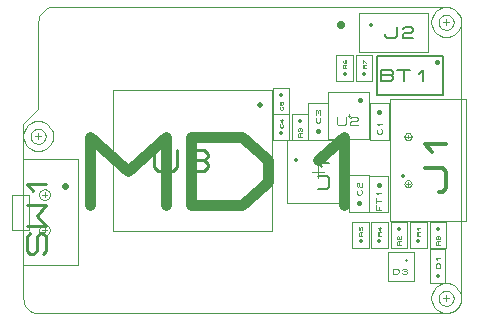
<source format=gbr>
G04 PROTEUS RS274X GERBER FILE*
%FSLAX45Y45*%
%MOMM*%
G01*
%ADD73C,0.025400*%
%ADD53C,0.640000*%
%ADD54C,0.955750*%
%ADD55C,0.050000*%
%ADD56C,0.548640*%
%ADD57C,0.287640*%
%ADD58C,0.360000*%
%ADD59C,0.303330*%
%ADD60C,0.320040*%
%ADD61C,0.159920*%
%ADD33C,0.127000*%
%ADD10C,0.400000*%
%ADD62C,0.158760*%
%ADD32C,0.600000*%
%ADD63C,0.262590*%
%ADD64C,0.113280*%
%ADD65C,0.150710*%
%ADD66C,0.260000*%
%ADD67C,0.071610*%
%ADD68C,0.067010*%
%ADD14C,0.300000*%
%ADD69C,0.044520*%
%ADD74C,0.420000*%
%ADD75C,0.067500*%
D73*
X-50800Y+1346200D02*
X+0Y+1346200D01*
X-25400Y+1371600D02*
X-25400Y+1320800D01*
X+3403600Y-25400D02*
X+3454400Y-25400D01*
X+3429000Y+0D02*
X+3429000Y-50800D01*
X+3403600Y+2311400D02*
X+3454400Y+2311400D01*
X+3429000Y+2336800D02*
X+3429000Y+2286000D01*
X+3556000Y+2311400D02*
X+3553473Y+2337367D01*
X+3546202Y+2361381D01*
X+3534652Y+2382977D01*
X+3519289Y+2401689D01*
X+3500577Y+2417052D01*
X+3478982Y+2428602D01*
X+3454968Y+2435873D01*
X+3429000Y+2438400D01*
X+101600Y+2438400D01*
X+75633Y+2435873D01*
X+51619Y+2428602D01*
X+30023Y+2417052D01*
X+11311Y+2401689D01*
X-4052Y+2382977D01*
X-15602Y+2361381D01*
X-22873Y+2337367D01*
X-25400Y+2311400D01*
X-25400Y+1574800D01*
X-152400Y+1447800D01*
X-152400Y-25400D01*
X-149873Y-51367D01*
X-142602Y-75381D01*
X-131052Y-96977D01*
X-115689Y-115689D01*
X-96977Y-131052D01*
X-75381Y-142602D01*
X-51367Y-149873D01*
X-25400Y-152400D01*
X+3429000Y-152400D01*
X+3454968Y-149873D01*
X+3478982Y-142602D01*
X+3500577Y-131052D01*
X+3519289Y-115689D01*
X+3534652Y-96977D01*
X+3546202Y-75381D01*
X+3553473Y-51367D01*
X+3556000Y-25400D01*
X+3556000Y+2311400D01*
X+3492500Y+2311400D02*
X+3492283Y+2316647D01*
X+3490518Y+2327142D01*
X+3486826Y+2337637D01*
X+3480798Y+2348132D01*
X+3471576Y+2358512D01*
X+3461081Y+2366200D01*
X+3450586Y+2371118D01*
X+3440091Y+2373924D01*
X+3429596Y+2374897D01*
X+3429000Y+2374900D01*
X+3365500Y+2311400D02*
X+3365717Y+2316647D01*
X+3367482Y+2327142D01*
X+3371174Y+2337637D01*
X+3377202Y+2348132D01*
X+3386424Y+2358512D01*
X+3396919Y+2366200D01*
X+3407414Y+2371118D01*
X+3417909Y+2373924D01*
X+3428404Y+2374897D01*
X+3429000Y+2374900D01*
X+3365500Y+2311400D02*
X+3365717Y+2306153D01*
X+3367482Y+2295658D01*
X+3371174Y+2285163D01*
X+3377202Y+2274668D01*
X+3386424Y+2264288D01*
X+3396919Y+2256600D01*
X+3407414Y+2251682D01*
X+3417909Y+2248876D01*
X+3428404Y+2247903D01*
X+3429000Y+2247900D01*
X+3492500Y+2311400D02*
X+3492283Y+2306153D01*
X+3490518Y+2295658D01*
X+3486826Y+2285163D01*
X+3480798Y+2274668D01*
X+3471576Y+2264288D01*
X+3461081Y+2256600D01*
X+3450586Y+2251682D01*
X+3440091Y+2248876D01*
X+3429596Y+2247903D01*
X+3429000Y+2247900D01*
X+3556000Y+2311400D02*
X+3555573Y+2321809D01*
X+3552101Y+2342628D01*
X+3544845Y+2363447D01*
X+3533017Y+2384266D01*
X+3514920Y+2404924D01*
X+3494101Y+2420445D01*
X+3473282Y+2430430D01*
X+3452463Y+2436214D01*
X+3431644Y+2438372D01*
X+3429000Y+2438400D01*
X+3302000Y+2311400D02*
X+3302427Y+2321809D01*
X+3305899Y+2342628D01*
X+3313155Y+2363447D01*
X+3324983Y+2384266D01*
X+3343080Y+2404924D01*
X+3363899Y+2420445D01*
X+3384718Y+2430430D01*
X+3405537Y+2436214D01*
X+3426356Y+2438372D01*
X+3429000Y+2438400D01*
X+3302000Y+2311400D02*
X+3302427Y+2300991D01*
X+3305899Y+2280172D01*
X+3313155Y+2259353D01*
X+3324983Y+2238534D01*
X+3343080Y+2217876D01*
X+3363899Y+2202355D01*
X+3384718Y+2192370D01*
X+3405537Y+2186586D01*
X+3426356Y+2184428D01*
X+3429000Y+2184400D01*
X+3556000Y+2311400D02*
X+3555573Y+2300991D01*
X+3552101Y+2280172D01*
X+3544845Y+2259353D01*
X+3533017Y+2238534D01*
X+3514920Y+2217876D01*
X+3494101Y+2202355D01*
X+3473282Y+2192370D01*
X+3452463Y+2186586D01*
X+3431644Y+2184428D01*
X+3429000Y+2184400D01*
X+3492500Y-25400D02*
X+3492283Y-20153D01*
X+3490518Y-9658D01*
X+3486826Y+837D01*
X+3480798Y+11332D01*
X+3471576Y+21712D01*
X+3461081Y+29400D01*
X+3450586Y+34318D01*
X+3440091Y+37124D01*
X+3429596Y+38097D01*
X+3429000Y+38100D01*
X+3365500Y-25400D02*
X+3365717Y-20153D01*
X+3367482Y-9658D01*
X+3371174Y+837D01*
X+3377202Y+11332D01*
X+3386424Y+21712D01*
X+3396919Y+29400D01*
X+3407414Y+34318D01*
X+3417909Y+37124D01*
X+3428404Y+38097D01*
X+3429000Y+38100D01*
X+3365500Y-25400D02*
X+3365717Y-30647D01*
X+3367482Y-41142D01*
X+3371174Y-51637D01*
X+3377202Y-62132D01*
X+3386424Y-72512D01*
X+3396919Y-80200D01*
X+3407414Y-85118D01*
X+3417909Y-87924D01*
X+3428404Y-88897D01*
X+3429000Y-88900D01*
X+3492500Y-25400D02*
X+3492283Y-30647D01*
X+3490518Y-41142D01*
X+3486826Y-51637D01*
X+3480798Y-62132D01*
X+3471576Y-72512D01*
X+3461081Y-80200D01*
X+3450586Y-85118D01*
X+3440091Y-87924D01*
X+3429596Y-88897D01*
X+3429000Y-88900D01*
X+3556000Y-25400D02*
X+3555573Y-14991D01*
X+3552101Y+5828D01*
X+3544845Y+26647D01*
X+3533017Y+47466D01*
X+3514920Y+68124D01*
X+3494101Y+83645D01*
X+3473282Y+93630D01*
X+3452463Y+99414D01*
X+3431644Y+101572D01*
X+3429000Y+101600D01*
X+3302000Y-25400D02*
X+3302427Y-14991D01*
X+3305899Y+5828D01*
X+3313155Y+26647D01*
X+3324983Y+47466D01*
X+3343080Y+68124D01*
X+3363899Y+83645D01*
X+3384718Y+93630D01*
X+3405537Y+99414D01*
X+3426356Y+101572D01*
X+3429000Y+101600D01*
X+3302000Y-25400D02*
X+3302427Y-35809D01*
X+3305899Y-56628D01*
X+3313155Y-77447D01*
X+3324983Y-98266D01*
X+3343080Y-118924D01*
X+3363899Y-134445D01*
X+3384718Y-144430D01*
X+3405537Y-150214D01*
X+3426356Y-152372D01*
X+3429000Y-152400D01*
X+3556000Y-25400D02*
X+3555573Y-35809D01*
X+3552101Y-56628D01*
X+3544845Y-77447D01*
X+3533017Y-98266D01*
X+3514920Y-118924D01*
X+3494101Y-134445D01*
X+3473282Y-144430D01*
X+3452463Y-150214D01*
X+3431644Y-152372D01*
X+3429000Y-152400D01*
X+38100Y+1346200D02*
X+37883Y+1351447D01*
X+36118Y+1361942D01*
X+32426Y+1372437D01*
X+26398Y+1382932D01*
X+17176Y+1393312D01*
X+6681Y+1401000D01*
X-3814Y+1405918D01*
X-14309Y+1408724D01*
X-24804Y+1409697D01*
X-25400Y+1409700D01*
X-88900Y+1346200D02*
X-88683Y+1351447D01*
X-86918Y+1361942D01*
X-83226Y+1372437D01*
X-77198Y+1382932D01*
X-67976Y+1393312D01*
X-57481Y+1401000D01*
X-46986Y+1405918D01*
X-36491Y+1408724D01*
X-25996Y+1409697D01*
X-25400Y+1409700D01*
X-88900Y+1346200D02*
X-88683Y+1340953D01*
X-86918Y+1330458D01*
X-83226Y+1319963D01*
X-77198Y+1309468D01*
X-67976Y+1299088D01*
X-57481Y+1291400D01*
X-46986Y+1286482D01*
X-36491Y+1283676D01*
X-25996Y+1282703D01*
X-25400Y+1282700D01*
X+38100Y+1346200D02*
X+37883Y+1340953D01*
X+36118Y+1330458D01*
X+32426Y+1319963D01*
X+26398Y+1309468D01*
X+17176Y+1299088D01*
X+6681Y+1291400D01*
X-3814Y+1286482D01*
X-14309Y+1283676D01*
X-24804Y+1282703D01*
X-25400Y+1282700D01*
X+101600Y+1346200D02*
X+101173Y+1356609D01*
X+97701Y+1377428D01*
X+90445Y+1398247D01*
X+78617Y+1419066D01*
X+60520Y+1439724D01*
X+39701Y+1455245D01*
X+18882Y+1465230D01*
X-1937Y+1471014D01*
X-22756Y+1473172D01*
X-25400Y+1473200D01*
X-152400Y+1346200D02*
X-151973Y+1356609D01*
X-148501Y+1377428D01*
X-141245Y+1398247D01*
X-129417Y+1419066D01*
X-111320Y+1439724D01*
X-90501Y+1455245D01*
X-69682Y+1465230D01*
X-48863Y+1471014D01*
X-28044Y+1473172D01*
X-25400Y+1473200D01*
X-152400Y+1346200D02*
X-151973Y+1335791D01*
X-148501Y+1314972D01*
X-141245Y+1294153D01*
X-129417Y+1273334D01*
X-111320Y+1252676D01*
X-90501Y+1237155D01*
X-69682Y+1227170D01*
X-48863Y+1221386D01*
X-28044Y+1219228D01*
X-25400Y+1219200D01*
X+101600Y+1346200D02*
X+101173Y+1335791D01*
X+97701Y+1314972D01*
X+90445Y+1294153D01*
X+78617Y+1273334D01*
X+60520Y+1252676D01*
X+39701Y+1237155D01*
X+18882Y+1227170D01*
X-1937Y+1221386D01*
X-22756Y+1219228D01*
X-25400Y+1219200D01*
D53*
X+2540000Y+2286000D02*
X+2540000Y+2286000D01*
D54*
X+411538Y+763440D02*
X+411538Y+1336890D01*
X+734103Y+1050165D01*
X+1056669Y+1336890D01*
X+1056669Y+763440D01*
X+1271713Y+763440D02*
X+1271713Y+1336890D01*
X+1701800Y+1336890D01*
X+1916844Y+1145740D01*
X+1916844Y+954590D01*
X+1701800Y+763440D01*
X+1271713Y+763440D01*
X+2346931Y+1145740D02*
X+2561975Y+1336890D01*
X+2561975Y+763440D01*
D55*
X+607700Y+1736550D02*
X+607700Y+546550D01*
X+1957700Y+546550D01*
X+1957700Y+1736550D01*
X+607700Y+1736550D01*
X+1332700Y+1141550D02*
X+1232700Y+1141550D01*
X+1282700Y+1091550D02*
X+1282700Y+1191550D01*
D56*
X+1854200Y+1606550D02*
X+1854200Y+1606550D01*
D57*
X+957100Y+1227845D02*
X+957100Y+1084020D01*
X+989460Y+1055255D01*
X+1118902Y+1055255D01*
X+1151263Y+1084020D01*
X+1151263Y+1227845D01*
X+1248344Y+1199080D02*
X+1280705Y+1227845D01*
X+1377786Y+1227845D01*
X+1410147Y+1199080D01*
X+1410147Y+1170315D01*
X+1377786Y+1141550D01*
X+1410147Y+1112785D01*
X+1410147Y+1084020D01*
X+1377786Y+1055255D01*
X+1280705Y+1055255D01*
X+1248344Y+1084020D01*
X+1313065Y+1141550D02*
X+1377786Y+1141550D01*
D73*
X+3135700Y+943000D02*
X+3135597Y+945489D01*
X+3134755Y+950469D01*
X+3132995Y+955449D01*
X+3130118Y+960429D01*
X+3125717Y+965345D01*
X+3120737Y+968959D01*
X+3115757Y+971264D01*
X+3110777Y+972567D01*
X+3105797Y+973000D01*
X+3105700Y+973000D01*
X+3075700Y+943000D02*
X+3075803Y+945489D01*
X+3076645Y+950469D01*
X+3078405Y+955449D01*
X+3081282Y+960429D01*
X+3085683Y+965345D01*
X+3090663Y+968959D01*
X+3095643Y+971264D01*
X+3100623Y+972567D01*
X+3105603Y+973000D01*
X+3105700Y+973000D01*
X+3075700Y+943000D02*
X+3075803Y+940511D01*
X+3076645Y+935531D01*
X+3078405Y+930551D01*
X+3081282Y+925571D01*
X+3085683Y+920655D01*
X+3090663Y+917041D01*
X+3095643Y+914736D01*
X+3100623Y+913433D01*
X+3105603Y+913000D01*
X+3105700Y+913000D01*
X+3135700Y+943000D02*
X+3135597Y+940511D01*
X+3134755Y+935531D01*
X+3132995Y+930551D01*
X+3130118Y+925571D01*
X+3125717Y+920655D01*
X+3120737Y+917041D01*
X+3115757Y+914736D01*
X+3110777Y+913433D01*
X+3105797Y+913000D01*
X+3105700Y+913000D01*
X+3135700Y+1343000D02*
X+3135597Y+1345489D01*
X+3134755Y+1350469D01*
X+3132995Y+1355449D01*
X+3130118Y+1360429D01*
X+3125717Y+1365345D01*
X+3120737Y+1368959D01*
X+3115757Y+1371264D01*
X+3110777Y+1372567D01*
X+3105797Y+1373000D01*
X+3105700Y+1373000D01*
X+3075700Y+1343000D02*
X+3075803Y+1345489D01*
X+3076645Y+1350469D01*
X+3078405Y+1355449D01*
X+3081282Y+1360429D01*
X+3085683Y+1365345D01*
X+3090663Y+1368959D01*
X+3095643Y+1371264D01*
X+3100623Y+1372567D01*
X+3105603Y+1373000D01*
X+3105700Y+1373000D01*
X+3075700Y+1343000D02*
X+3075803Y+1340511D01*
X+3076645Y+1335531D01*
X+3078405Y+1330551D01*
X+3081282Y+1325571D01*
X+3085683Y+1320655D01*
X+3090663Y+1317041D01*
X+3095643Y+1314736D01*
X+3100623Y+1313433D01*
X+3105603Y+1313000D01*
X+3105700Y+1313000D01*
X+3135700Y+1343000D02*
X+3135597Y+1340511D01*
X+3134755Y+1335531D01*
X+3132995Y+1330551D01*
X+3130118Y+1325571D01*
X+3125717Y+1320655D01*
X+3120737Y+1317041D01*
X+3115757Y+1314736D01*
X+3110777Y+1313433D01*
X+3105797Y+1313000D01*
X+3105700Y+1313000D01*
X+3105700Y+1328000D02*
X+3105700Y+1358000D01*
X+3090700Y+1343000D02*
X+3120700Y+1343000D01*
X+3105700Y+928000D02*
X+3105700Y+958000D01*
X+3090700Y+943000D02*
X+3120700Y+943000D01*
X+2950700Y+628000D02*
X+3600700Y+628000D01*
X+3600700Y+1658000D01*
X+2950700Y+1658000D01*
X+2950700Y+628000D01*
D58*
X+3060700Y+1013000D02*
X+3060700Y+1013000D01*
D59*
X+3370669Y+869995D02*
X+3401003Y+869995D01*
X+3431337Y+904120D01*
X+3431337Y+1040623D01*
X+3401003Y+1074748D01*
X+3249333Y+1074748D01*
X+3310001Y+1211251D02*
X+3249333Y+1279502D01*
X+3431337Y+1279502D01*
D55*
X+2077300Y+780500D02*
X+2607300Y+780500D01*
X+2607300Y+1310500D01*
X+2077300Y+1310500D01*
X+2077300Y+780500D01*
X+2342300Y+1095500D02*
X+2342300Y+995500D01*
X+2392300Y+1045500D02*
X+2292300Y+1045500D01*
D60*
X+2157300Y+1143000D02*
X+2157300Y+1143000D01*
D61*
X+2343573Y+901566D02*
X+2423536Y+901566D01*
X+2439529Y+919557D01*
X+2439529Y+991524D01*
X+2423536Y+1009516D01*
X+2343573Y+1009516D01*
X+2375558Y+1081483D02*
X+2343573Y+1117467D01*
X+2439529Y+1117467D01*
D33*
X+2842800Y+1694400D02*
X+3402800Y+1694400D01*
X+3402800Y+2027100D01*
X+2842800Y+2027100D01*
X+2842800Y+1694400D01*
D10*
X+3352800Y+1973250D02*
X+3352800Y+1973250D01*
D62*
X+2873467Y+1813120D02*
X+2873467Y+1908379D01*
X+2962772Y+1908379D01*
X+2980633Y+1892503D01*
X+2980633Y+1876626D01*
X+2962772Y+1860750D01*
X+2980633Y+1844873D01*
X+2980633Y+1828996D01*
X+2962772Y+1813120D01*
X+2873467Y+1813120D01*
X+2873467Y+1860750D02*
X+2962772Y+1860750D01*
X+3016356Y+1908379D02*
X+3123522Y+1908379D01*
X+3069939Y+1908379D02*
X+3069939Y+1813120D01*
X+3194967Y+1876626D02*
X+3230689Y+1908379D01*
X+3230689Y+1813120D01*
D73*
X+73800Y+851800D02*
X+73645Y+855527D01*
X+72389Y+862982D01*
X+69759Y+870437D01*
X+65463Y+877892D01*
X+58893Y+885258D01*
X+51438Y+890691D01*
X+43983Y+894161D01*
X+36528Y+896131D01*
X+29073Y+896799D01*
X+28800Y+896800D01*
X-16200Y+851800D02*
X-16045Y+855527D01*
X-14789Y+862982D01*
X-12159Y+870437D01*
X-7863Y+877892D01*
X-1293Y+885258D01*
X+6162Y+890691D01*
X+13617Y+894161D01*
X+21072Y+896131D01*
X+28527Y+896799D01*
X+28800Y+896800D01*
X-16200Y+851800D02*
X-16045Y+848073D01*
X-14789Y+840618D01*
X-12159Y+833163D01*
X-7863Y+825708D01*
X-1293Y+818342D01*
X+6162Y+812909D01*
X+13617Y+809439D01*
X+21072Y+807469D01*
X+28527Y+806801D01*
X+28800Y+806800D01*
X+73800Y+851800D02*
X+73645Y+848073D01*
X+72389Y+840618D01*
X+69759Y+833163D01*
X+65463Y+825708D01*
X+58893Y+818342D01*
X+51438Y+812909D01*
X+43983Y+809439D01*
X+36528Y+807469D01*
X+29073Y+806801D01*
X+28800Y+806800D01*
X+73800Y+551800D02*
X+73645Y+555527D01*
X+72389Y+562982D01*
X+69759Y+570437D01*
X+65463Y+577892D01*
X+58893Y+585258D01*
X+51438Y+590691D01*
X+43983Y+594161D01*
X+36528Y+596131D01*
X+29073Y+596799D01*
X+28800Y+596800D01*
X-16200Y+551800D02*
X-16045Y+555527D01*
X-14789Y+562982D01*
X-12159Y+570437D01*
X-7863Y+577892D01*
X-1293Y+585258D01*
X+6162Y+590691D01*
X+13617Y+594161D01*
X+21072Y+596131D01*
X+28527Y+596799D01*
X+28800Y+596800D01*
X-16200Y+551800D02*
X-16045Y+548073D01*
X-14789Y+540618D01*
X-12159Y+533163D01*
X-7863Y+525708D01*
X-1293Y+518342D01*
X+6162Y+512909D01*
X+13617Y+509439D01*
X+21072Y+507469D01*
X+28527Y+506801D01*
X+28800Y+506800D01*
X+73800Y+551800D02*
X+73645Y+548073D01*
X+72389Y+540618D01*
X+69759Y+533163D01*
X+65463Y+525708D01*
X+58893Y+518342D01*
X+51438Y+512909D01*
X+43983Y+509439D01*
X+36528Y+507469D01*
X+29073Y+506801D01*
X+28800Y+506800D01*
X+28800Y+571800D02*
X+28800Y+531800D01*
X+48800Y+551800D02*
X+8800Y+551800D01*
X+28800Y+871800D02*
X+28800Y+831800D01*
X+48800Y+851800D02*
X+8800Y+851800D01*
X-151200Y+251800D02*
X+308800Y+251800D01*
X+308800Y+1151800D01*
X-151200Y+1151800D01*
X-151200Y+251800D01*
X-251200Y+551800D02*
X-101200Y+551800D01*
X-101200Y+851800D01*
X-251200Y+851800D01*
X-251200Y+551800D01*
D32*
X+203800Y+926800D02*
X+203800Y+926800D01*
D63*
X+13185Y+347292D02*
X+39445Y+376834D01*
X+39445Y+495003D01*
X+13185Y+524546D01*
X-13075Y+524546D01*
X-39335Y+495003D01*
X-39335Y+376834D01*
X-65595Y+347292D01*
X-91855Y+347292D01*
X-118115Y+376834D01*
X-118115Y+495003D01*
X-91855Y+524546D01*
X-118115Y+583631D02*
X+39445Y+583631D01*
X-39335Y+672258D01*
X+39445Y+760885D01*
X-118115Y+760885D01*
X-65595Y+879054D02*
X-118115Y+938139D01*
X+39445Y+938139D01*
D73*
X+2613750Y+1520650D02*
X+2593750Y+1520650D01*
X+2603750Y+1510650D02*
X+2603750Y+1530650D01*
X+2428750Y+1320650D02*
X+2778750Y+1320650D01*
X+2778750Y+1720650D01*
X+2428750Y+1720650D01*
X+2428750Y+1320650D01*
D10*
X+2698750Y+1650650D02*
X+2698750Y+1650650D01*
D64*
X+2501798Y+1508999D02*
X+2501798Y+1452359D01*
X+2514542Y+1441031D01*
X+2565518Y+1441031D01*
X+2578262Y+1452359D01*
X+2578262Y+1508999D01*
X+2616494Y+1497671D02*
X+2629238Y+1508999D01*
X+2667470Y+1508999D01*
X+2680214Y+1497671D01*
X+2680214Y+1486343D01*
X+2667470Y+1475015D01*
X+2629238Y+1475015D01*
X+2616494Y+1463687D01*
X+2616494Y+1441031D01*
X+2680214Y+1441031D01*
D73*
X+2692400Y+2057400D02*
X+3276600Y+2057400D01*
X+3276600Y+2387600D01*
X+2692400Y+2387600D01*
X+2692400Y+2057400D01*
D58*
X+2794000Y+2286000D02*
X+2794000Y+2286000D01*
D65*
X+2909289Y+2207428D02*
X+2909289Y+2192356D01*
X+2926244Y+2177284D01*
X+2994067Y+2177284D01*
X+3011023Y+2192356D01*
X+3011023Y+2267715D01*
X+3061890Y+2252643D02*
X+3078846Y+2267715D01*
X+3129713Y+2267715D01*
X+3146669Y+2252643D01*
X+3146669Y+2237571D01*
X+3129713Y+2222500D01*
X+3078846Y+2222500D01*
X+3061890Y+2207428D01*
X+3061890Y+2177284D01*
X+3146669Y+2177284D01*
D73*
X-152400Y-25400D02*
X-149873Y-51367D01*
X-142602Y-75381D01*
X-131052Y-96977D01*
X-115689Y-115689D01*
X-96977Y-131052D01*
X-75381Y-142602D01*
X-51367Y-149873D01*
X-25400Y-152400D01*
X+3429000Y-152400D01*
X+3454967Y-149873D01*
X+3478981Y-142602D01*
X+3500577Y-131052D01*
X+3519289Y-115689D01*
X+3534652Y-96977D01*
X+3546202Y-75381D01*
X+3553473Y-51367D01*
X+3556000Y-25400D01*
X+3556000Y+2311400D01*
X+3553473Y+2337367D01*
X+3546202Y+2361381D01*
X+3534652Y+2382977D01*
X+3519289Y+2401689D01*
X+3500577Y+2417052D01*
X+3478981Y+2428602D01*
X+3454967Y+2435873D01*
X+3429000Y+2438400D01*
X+101600Y+2438400D01*
X+75632Y+2435873D01*
X+51618Y+2428602D01*
X+30023Y+2417052D01*
X+11311Y+2401689D01*
X-4052Y+2382977D01*
X-15602Y+2361381D01*
X-22873Y+2337367D01*
X-25400Y+2311400D01*
X-25400Y+1574800D01*
X-152400Y+1447800D01*
X-152400Y-25400D01*
X+3492500Y-25400D02*
X+3492283Y-20153D01*
X+3490518Y-9658D01*
X+3486826Y+837D01*
X+3480798Y+11332D01*
X+3471576Y+21712D01*
X+3461081Y+29400D01*
X+3450586Y+34318D01*
X+3440091Y+37124D01*
X+3429596Y+38097D01*
X+3429000Y+38100D01*
X+3365500Y-25400D02*
X+3365717Y-20153D01*
X+3367482Y-9658D01*
X+3371174Y+837D01*
X+3377202Y+11332D01*
X+3386424Y+21712D01*
X+3396919Y+29400D01*
X+3407414Y+34318D01*
X+3417909Y+37124D01*
X+3428404Y+38097D01*
X+3429000Y+38100D01*
X+3365500Y-25400D02*
X+3365717Y-30647D01*
X+3367482Y-41142D01*
X+3371174Y-51637D01*
X+3377202Y-62132D01*
X+3386424Y-72512D01*
X+3396919Y-80200D01*
X+3407414Y-85118D01*
X+3417909Y-87924D01*
X+3428404Y-88897D01*
X+3429000Y-88900D01*
X+3492500Y-25400D02*
X+3492283Y-30647D01*
X+3490518Y-41142D01*
X+3486826Y-51637D01*
X+3480798Y-62132D01*
X+3471576Y-72512D01*
X+3461081Y-80200D01*
X+3450586Y-85118D01*
X+3440091Y-87924D01*
X+3429596Y-88897D01*
X+3429000Y-88900D01*
X+3492500Y+2311400D02*
X+3492283Y+2316647D01*
X+3490518Y+2327142D01*
X+3486826Y+2337637D01*
X+3480798Y+2348132D01*
X+3471576Y+2358512D01*
X+3461081Y+2366200D01*
X+3450586Y+2371118D01*
X+3440091Y+2373924D01*
X+3429596Y+2374897D01*
X+3429000Y+2374900D01*
X+3365500Y+2311400D02*
X+3365717Y+2316647D01*
X+3367482Y+2327142D01*
X+3371174Y+2337637D01*
X+3377202Y+2348132D01*
X+3386424Y+2358512D01*
X+3396919Y+2366200D01*
X+3407414Y+2371118D01*
X+3417909Y+2373924D01*
X+3428404Y+2374897D01*
X+3429000Y+2374900D01*
X+3365500Y+2311400D02*
X+3365717Y+2306153D01*
X+3367482Y+2295658D01*
X+3371174Y+2285163D01*
X+3377202Y+2274668D01*
X+3386424Y+2264288D01*
X+3396919Y+2256600D01*
X+3407414Y+2251682D01*
X+3417909Y+2248876D01*
X+3428404Y+2247903D01*
X+3429000Y+2247900D01*
X+3492500Y+2311400D02*
X+3492283Y+2306153D01*
X+3490518Y+2295658D01*
X+3486826Y+2285163D01*
X+3480798Y+2274668D01*
X+3471576Y+2264288D01*
X+3461081Y+2256600D01*
X+3450586Y+2251682D01*
X+3440091Y+2248876D01*
X+3429596Y+2247903D01*
X+3429000Y+2247900D01*
X+38100Y+1346200D02*
X+37883Y+1351447D01*
X+36118Y+1361942D01*
X+32426Y+1372437D01*
X+26398Y+1382932D01*
X+17176Y+1393312D01*
X+6681Y+1401000D01*
X-3814Y+1405918D01*
X-14309Y+1408724D01*
X-24804Y+1409697D01*
X-25400Y+1409700D01*
X-88900Y+1346200D02*
X-88683Y+1351447D01*
X-86918Y+1361942D01*
X-83226Y+1372437D01*
X-77198Y+1382932D01*
X-67976Y+1393312D01*
X-57481Y+1401000D01*
X-46986Y+1405918D01*
X-36491Y+1408724D01*
X-25996Y+1409697D01*
X-25400Y+1409700D01*
X-88900Y+1346200D02*
X-88683Y+1340953D01*
X-86918Y+1330458D01*
X-83226Y+1319963D01*
X-77198Y+1309468D01*
X-67976Y+1299088D01*
X-57481Y+1291400D01*
X-46986Y+1286482D01*
X-36491Y+1283676D01*
X-25996Y+1282703D01*
X-25400Y+1282700D01*
X+38100Y+1346200D02*
X+37883Y+1340953D01*
X+36118Y+1330458D01*
X+32426Y+1319963D01*
X+26398Y+1309468D01*
X+17176Y+1299088D01*
X+6681Y+1291400D01*
X-3814Y+1286482D01*
X-14309Y+1283676D01*
X-24804Y+1282703D01*
X-25400Y+1282700D01*
X+2933550Y+121850D02*
X+3158550Y+121850D01*
X+3158550Y+366850D01*
X+2933550Y+366850D01*
X+2933550Y+121850D01*
D66*
X+3088550Y+296850D02*
X+3088550Y+296850D01*
D67*
X+2981599Y+180731D02*
X+2981599Y+223699D01*
X+3013824Y+223699D01*
X+3029937Y+209376D01*
X+3029937Y+195054D01*
X+3013824Y+180731D01*
X+2981599Y+180731D01*
X+3054106Y+216538D02*
X+3062162Y+223699D01*
X+3086331Y+223699D01*
X+3094388Y+216538D01*
X+3094388Y+209376D01*
X+3086331Y+202215D01*
X+3094388Y+195054D01*
X+3094388Y+187892D01*
X+3086331Y+180731D01*
X+3062162Y+180731D01*
X+3054106Y+187892D01*
X+3070219Y+202215D02*
X+3086331Y+202215D01*
D73*
X+3295650Y+99975D02*
X+3422650Y+99975D01*
X+3422650Y+392075D01*
X+3295650Y+392075D01*
X+3295650Y+99975D01*
D60*
X+3359150Y+163600D02*
X+3359150Y+163600D01*
D68*
X+3379254Y+226160D02*
X+3339045Y+226160D01*
X+3339045Y+256316D01*
X+3352448Y+271394D01*
X+3365851Y+271394D01*
X+3379254Y+256316D01*
X+3379254Y+226160D01*
X+3352448Y+301551D02*
X+3339045Y+316629D01*
X+3379254Y+316629D01*
D73*
X+3124050Y+397200D02*
X+3264050Y+397200D01*
X+3264050Y+617200D01*
X+3124050Y+617200D01*
X+3124050Y+397200D01*
D14*
X+3194050Y+457200D02*
X+3194050Y+457200D01*
D69*
X+3207407Y+505265D02*
X+3180693Y+505265D01*
X+3180693Y+530308D01*
X+3185145Y+535317D01*
X+3189598Y+535317D01*
X+3194050Y+530308D01*
X+3194050Y+505265D01*
X+3194050Y+530308D02*
X+3198502Y+535317D01*
X+3207407Y+535317D01*
X+3189598Y+555352D02*
X+3180693Y+565370D01*
X+3207407Y+565370D01*
D73*
X+2958950Y+397200D02*
X+3098950Y+397200D01*
X+3098950Y+617200D01*
X+2958950Y+617200D01*
X+2958950Y+397200D01*
D14*
X+3028950Y+557200D02*
X+3028950Y+557200D01*
D69*
X+3042307Y+428995D02*
X+3015593Y+428995D01*
X+3015593Y+454038D01*
X+3020045Y+459047D01*
X+3024498Y+459047D01*
X+3028950Y+454038D01*
X+3028950Y+428995D01*
X+3028950Y+454038D02*
X+3033402Y+459047D01*
X+3042307Y+459047D01*
X+3020045Y+474073D02*
X+3015593Y+479082D01*
X+3015593Y+494108D01*
X+3020045Y+499117D01*
X+3024498Y+499117D01*
X+3028950Y+494108D01*
X+3028950Y+479082D01*
X+3033402Y+474073D01*
X+3042307Y+474073D01*
X+3042307Y+499117D01*
D73*
X+2120750Y+1311600D02*
X+2260750Y+1311600D01*
X+2260750Y+1531600D01*
X+2120750Y+1531600D01*
X+2120750Y+1311600D01*
D14*
X+2190750Y+1471600D02*
X+2190750Y+1471600D01*
D69*
X+2204107Y+1343395D02*
X+2177393Y+1343395D01*
X+2177393Y+1368438D01*
X+2181845Y+1373447D01*
X+2186298Y+1373447D01*
X+2190750Y+1368438D01*
X+2190750Y+1343395D01*
X+2190750Y+1368438D02*
X+2195202Y+1373447D01*
X+2204107Y+1373447D01*
X+2181845Y+1388473D02*
X+2177393Y+1393482D01*
X+2177393Y+1408508D01*
X+2181845Y+1413517D01*
X+2186298Y+1413517D01*
X+2190750Y+1408508D01*
X+2195202Y+1413517D01*
X+2199655Y+1413517D01*
X+2204107Y+1408508D01*
X+2204107Y+1393482D01*
X+2199655Y+1388473D01*
X+2190750Y+1398491D02*
X+2190750Y+1408508D01*
D73*
X+2774945Y+701850D02*
X+2940045Y+701850D01*
X+2940045Y+1013000D01*
X+2774945Y+1013000D01*
X+2774945Y+701850D01*
D74*
X+2857500Y+936800D02*
X+2857500Y+936800D01*
D75*
X+2877747Y+717058D02*
X+2837244Y+717058D01*
X+2837244Y+762624D01*
X+2857495Y+717058D02*
X+2857495Y+747435D01*
X+2837244Y+777813D02*
X+2837244Y+823379D01*
X+2837244Y+800596D02*
X+2877747Y+800596D01*
X+2850745Y+853756D02*
X+2837244Y+868945D01*
X+2877747Y+868945D01*
D73*
X+2781295Y+1315700D02*
X+2946395Y+1315700D01*
X+2946395Y+1626850D01*
X+2781295Y+1626850D01*
X+2781295Y+1315700D01*
D74*
X+2863850Y+1550650D02*
X+2863850Y+1550650D01*
D75*
X+2877347Y+1406851D02*
X+2884097Y+1399256D01*
X+2884097Y+1376473D01*
X+2870596Y+1361285D01*
X+2857095Y+1361285D01*
X+2843594Y+1376473D01*
X+2843594Y+1399256D01*
X+2850344Y+1406851D01*
X+2857095Y+1437228D02*
X+2843594Y+1452417D01*
X+2884097Y+1452417D01*
D73*
X+2609855Y+703600D02*
X+2774955Y+703600D01*
X+2774955Y+1014750D01*
X+2609855Y+1014750D01*
X+2609855Y+703600D01*
D74*
X+2692400Y+779800D02*
X+2692400Y+779800D01*
D75*
X+2705907Y+893221D02*
X+2712657Y+885626D01*
X+2712657Y+862843D01*
X+2699156Y+847655D01*
X+2685655Y+847655D01*
X+2672154Y+862843D01*
X+2672154Y+885626D01*
X+2678904Y+893221D01*
X+2678904Y+916004D02*
X+2672154Y+923598D01*
X+2672154Y+946381D01*
X+2678904Y+953976D01*
X+2685655Y+953976D01*
X+2692405Y+946381D01*
X+2692405Y+923598D01*
X+2699156Y+916004D01*
X+2712657Y+916004D01*
X+2712657Y+953976D01*
D73*
X+3135700Y+943000D02*
X+3135597Y+945489D01*
X+3134755Y+950469D01*
X+3132995Y+955449D01*
X+3130118Y+960429D01*
X+3125717Y+965345D01*
X+3120737Y+968959D01*
X+3115757Y+971264D01*
X+3110777Y+972567D01*
X+3105797Y+973000D01*
X+3105700Y+973000D01*
X+3075700Y+943000D02*
X+3075803Y+945489D01*
X+3076645Y+950469D01*
X+3078405Y+955449D01*
X+3081282Y+960429D01*
X+3085683Y+965345D01*
X+3090663Y+968959D01*
X+3095643Y+971264D01*
X+3100623Y+972567D01*
X+3105603Y+973000D01*
X+3105700Y+973000D01*
X+3075700Y+943000D02*
X+3075803Y+940511D01*
X+3076645Y+935531D01*
X+3078405Y+930551D01*
X+3081282Y+925571D01*
X+3085683Y+920655D01*
X+3090663Y+917041D01*
X+3095643Y+914736D01*
X+3100623Y+913433D01*
X+3105603Y+913000D01*
X+3105700Y+913000D01*
X+3135700Y+943000D02*
X+3135597Y+940511D01*
X+3134755Y+935531D01*
X+3132995Y+930551D01*
X+3130118Y+925571D01*
X+3125717Y+920655D01*
X+3120737Y+917041D01*
X+3115757Y+914736D01*
X+3110777Y+913433D01*
X+3105797Y+913000D01*
X+3105700Y+913000D01*
X+3135700Y+1343000D02*
X+3135597Y+1345489D01*
X+3134755Y+1350469D01*
X+3132995Y+1355449D01*
X+3130118Y+1360429D01*
X+3125717Y+1365345D01*
X+3120737Y+1368959D01*
X+3115757Y+1371264D01*
X+3110777Y+1372567D01*
X+3105797Y+1373000D01*
X+3105700Y+1373000D01*
X+3075700Y+1343000D02*
X+3075803Y+1345489D01*
X+3076645Y+1350469D01*
X+3078405Y+1355449D01*
X+3081282Y+1360429D01*
X+3085683Y+1365345D01*
X+3090663Y+1368959D01*
X+3095643Y+1371264D01*
X+3100623Y+1372567D01*
X+3105603Y+1373000D01*
X+3105700Y+1373000D01*
X+3075700Y+1343000D02*
X+3075803Y+1340511D01*
X+3076645Y+1335531D01*
X+3078405Y+1330551D01*
X+3081282Y+1325571D01*
X+3085683Y+1320655D01*
X+3090663Y+1317041D01*
X+3095643Y+1314736D01*
X+3100623Y+1313433D01*
X+3105603Y+1313000D01*
X+3105700Y+1313000D01*
X+3135700Y+1343000D02*
X+3135597Y+1340511D01*
X+3134755Y+1335531D01*
X+3132995Y+1330551D01*
X+3130118Y+1325571D01*
X+3125717Y+1320655D01*
X+3120737Y+1317041D01*
X+3115757Y+1314736D01*
X+3110777Y+1313433D01*
X+3105797Y+1313000D01*
X+3105700Y+1313000D01*
X+73800Y+551800D02*
X+73645Y+555527D01*
X+72389Y+562982D01*
X+69759Y+570437D01*
X+65463Y+577892D01*
X+58893Y+585258D01*
X+51438Y+590691D01*
X+43983Y+594161D01*
X+36528Y+596131D01*
X+29073Y+596799D01*
X+28800Y+596800D01*
X-16200Y+551800D02*
X-16045Y+555527D01*
X-14789Y+562982D01*
X-12159Y+570437D01*
X-7863Y+577892D01*
X-1293Y+585258D01*
X+6162Y+590691D01*
X+13617Y+594161D01*
X+21072Y+596131D01*
X+28527Y+596799D01*
X+28800Y+596800D01*
X-16200Y+551800D02*
X-16045Y+548073D01*
X-14789Y+540618D01*
X-12159Y+533163D01*
X-7863Y+525708D01*
X-1293Y+518342D01*
X+6162Y+512909D01*
X+13617Y+509439D01*
X+21072Y+507469D01*
X+28527Y+506801D01*
X+28800Y+506800D01*
X+73800Y+551800D02*
X+73645Y+548073D01*
X+72389Y+540618D01*
X+69759Y+533163D01*
X+65463Y+525708D01*
X+58893Y+518342D01*
X+51438Y+512909D01*
X+43983Y+509439D01*
X+36528Y+507469D01*
X+29073Y+506801D01*
X+28800Y+506800D01*
X+73800Y+851800D02*
X+73645Y+855527D01*
X+72389Y+862982D01*
X+69759Y+870437D01*
X+65463Y+877892D01*
X+58893Y+885258D01*
X+51438Y+890691D01*
X+43983Y+894161D01*
X+36528Y+896131D01*
X+29073Y+896799D01*
X+28800Y+896800D01*
X-16200Y+851800D02*
X-16045Y+855527D01*
X-14789Y+862982D01*
X-12159Y+870437D01*
X-7863Y+877892D01*
X-1293Y+885258D01*
X+6162Y+890691D01*
X+13617Y+894161D01*
X+21072Y+896131D01*
X+28527Y+896799D01*
X+28800Y+896800D01*
X-16200Y+851800D02*
X-16045Y+848073D01*
X-14789Y+840618D01*
X-12159Y+833163D01*
X-7863Y+825708D01*
X-1293Y+818342D01*
X+6162Y+812909D01*
X+13617Y+809439D01*
X+21072Y+807469D01*
X+28527Y+806801D01*
X+28800Y+806800D01*
X+73800Y+851800D02*
X+73645Y+848073D01*
X+72389Y+840618D01*
X+69759Y+833163D01*
X+65463Y+825708D01*
X+58893Y+818342D01*
X+51438Y+812909D01*
X+43983Y+809439D01*
X+36528Y+807469D01*
X+29073Y+806801D01*
X+28800Y+806800D01*
X+3289150Y+397200D02*
X+3429150Y+397200D01*
X+3429150Y+617200D01*
X+3289150Y+617200D01*
X+3289150Y+397200D01*
D14*
X+3359150Y+557200D02*
X+3359150Y+557200D01*
D69*
X+3372507Y+428995D02*
X+3345793Y+428995D01*
X+3345793Y+454038D01*
X+3350245Y+459047D01*
X+3354698Y+459047D01*
X+3359150Y+454038D01*
X+3359150Y+428995D01*
X+3359150Y+454038D02*
X+3363602Y+459047D01*
X+3372507Y+459047D01*
X+3359150Y+479082D02*
X+3354698Y+474073D01*
X+3350245Y+474073D01*
X+3345793Y+479082D01*
X+3345793Y+494108D01*
X+3350245Y+499117D01*
X+3354698Y+499117D01*
X+3359150Y+494108D01*
X+3359150Y+479082D01*
X+3363602Y+474073D01*
X+3368055Y+474073D01*
X+3372507Y+479082D01*
X+3372507Y+494108D01*
X+3368055Y+499117D01*
X+3363602Y+499117D01*
X+3359150Y+494108D01*
D73*
X+2260605Y+1314450D02*
X+2425705Y+1314450D01*
X+2425705Y+1625600D01*
X+2260605Y+1625600D01*
X+2260605Y+1314450D01*
D74*
X+2343150Y+1390650D02*
X+2343150Y+1390650D01*
D75*
X+2356657Y+1504071D02*
X+2363407Y+1496476D01*
X+2363407Y+1473693D01*
X+2349906Y+1458505D01*
X+2336405Y+1458505D01*
X+2322904Y+1473693D01*
X+2322904Y+1496476D01*
X+2329654Y+1504071D01*
X+2329654Y+1526854D02*
X+2322904Y+1534448D01*
X+2322904Y+1557231D01*
X+2329654Y+1564826D01*
X+2336405Y+1564826D01*
X+2343155Y+1557231D01*
X+2349906Y+1564826D01*
X+2356657Y+1564826D01*
X+2363407Y+1557231D01*
X+2363407Y+1534448D01*
X+2356657Y+1526854D01*
X+2343155Y+1542043D02*
X+2343155Y+1557231D01*
D73*
X+1962000Y+1311600D02*
X+2102000Y+1311600D01*
X+2102000Y+1531600D01*
X+1962000Y+1531600D01*
X+1962000Y+1311600D01*
D14*
X+2032000Y+1371600D02*
X+2032000Y+1371600D01*
D69*
X+2040905Y+1449717D02*
X+2045357Y+1444708D01*
X+2045357Y+1429682D01*
X+2036452Y+1419665D01*
X+2027548Y+1419665D01*
X+2018643Y+1429682D01*
X+2018643Y+1444708D01*
X+2023095Y+1449717D01*
X+2036452Y+1489787D02*
X+2036452Y+1459735D01*
X+2018643Y+1479770D01*
X+2045357Y+1479770D01*
D73*
X+2793850Y+397200D02*
X+2933850Y+397200D01*
X+2933850Y+617200D01*
X+2793850Y+617200D01*
X+2793850Y+397200D01*
D14*
X+2863850Y+457200D02*
X+2863850Y+457200D01*
D69*
X+2877207Y+505265D02*
X+2850493Y+505265D01*
X+2850493Y+530308D01*
X+2854945Y+535317D01*
X+2859398Y+535317D01*
X+2863850Y+530308D01*
X+2863850Y+505265D01*
X+2863850Y+530308D02*
X+2868302Y+535317D01*
X+2877207Y+535317D01*
X+2868302Y+575387D02*
X+2868302Y+545335D01*
X+2850493Y+565370D01*
X+2877207Y+565370D01*
D73*
X+2635100Y+397200D02*
X+2775100Y+397200D01*
X+2775100Y+617200D01*
X+2635100Y+617200D01*
X+2635100Y+397200D01*
D14*
X+2705100Y+457200D02*
X+2705100Y+457200D01*
D69*
X+2718457Y+505265D02*
X+2691743Y+505265D01*
X+2691743Y+530308D01*
X+2696195Y+535317D01*
X+2700648Y+535317D01*
X+2705100Y+530308D01*
X+2705100Y+505265D01*
X+2705100Y+530308D02*
X+2709552Y+535317D01*
X+2718457Y+535317D01*
X+2691743Y+575387D02*
X+2691743Y+550343D01*
X+2700648Y+550343D01*
X+2700648Y+570378D01*
X+2705100Y+575387D01*
X+2714005Y+575387D01*
X+2718457Y+570378D01*
X+2718457Y+555352D01*
X+2714005Y+550343D01*
D73*
X+2498950Y+1813250D02*
X+2638950Y+1813250D01*
X+2638950Y+2033250D01*
X+2498950Y+2033250D01*
X+2498950Y+1813250D01*
D14*
X+2568950Y+1873250D02*
X+2568950Y+1873250D01*
D69*
X+2582307Y+1921315D02*
X+2555593Y+1921315D01*
X+2555593Y+1946358D01*
X+2560045Y+1951367D01*
X+2564498Y+1951367D01*
X+2568950Y+1946358D01*
X+2568950Y+1921315D01*
X+2568950Y+1946358D02*
X+2573402Y+1951367D01*
X+2582307Y+1951367D01*
X+2560045Y+1991437D02*
X+2555593Y+1986428D01*
X+2555593Y+1971402D01*
X+2560045Y+1966393D01*
X+2577855Y+1966393D01*
X+2582307Y+1971402D01*
X+2582307Y+1986428D01*
X+2577855Y+1991437D01*
X+2573402Y+1991437D01*
X+2568950Y+1986428D01*
X+2568950Y+1966393D01*
D73*
X+2664050Y+1813250D02*
X+2804050Y+1813250D01*
X+2804050Y+2033250D01*
X+2664050Y+2033250D01*
X+2664050Y+1813250D01*
D14*
X+2734050Y+1873250D02*
X+2734050Y+1873250D01*
D69*
X+2747407Y+1921315D02*
X+2720693Y+1921315D01*
X+2720693Y+1946358D01*
X+2725145Y+1951367D01*
X+2729598Y+1951367D01*
X+2734050Y+1946358D01*
X+2734050Y+1921315D01*
X+2734050Y+1946358D02*
X+2738502Y+1951367D01*
X+2747407Y+1951367D01*
X+2720693Y+1966393D02*
X+2720693Y+1991437D01*
X+2725145Y+1991437D01*
X+2747407Y+1966393D01*
D73*
X+1962000Y+1535450D02*
X+2102000Y+1535450D01*
X+2102000Y+1755450D01*
X+1962000Y+1755450D01*
X+1962000Y+1535450D01*
D14*
X+2032000Y+1695450D02*
X+2032000Y+1695450D01*
D69*
X+2040905Y+1597297D02*
X+2045357Y+1592288D01*
X+2045357Y+1577262D01*
X+2036452Y+1567245D01*
X+2027548Y+1567245D01*
X+2018643Y+1577262D01*
X+2018643Y+1592288D01*
X+2023095Y+1597297D01*
X+2023095Y+1637367D02*
X+2018643Y+1632358D01*
X+2018643Y+1617332D01*
X+2023095Y+1612323D01*
X+2040905Y+1612323D01*
X+2045357Y+1617332D01*
X+2045357Y+1632358D01*
X+2040905Y+1637367D01*
X+2036452Y+1637367D01*
X+2032000Y+1632358D01*
X+2032000Y+1612323D01*
M02*

</source>
